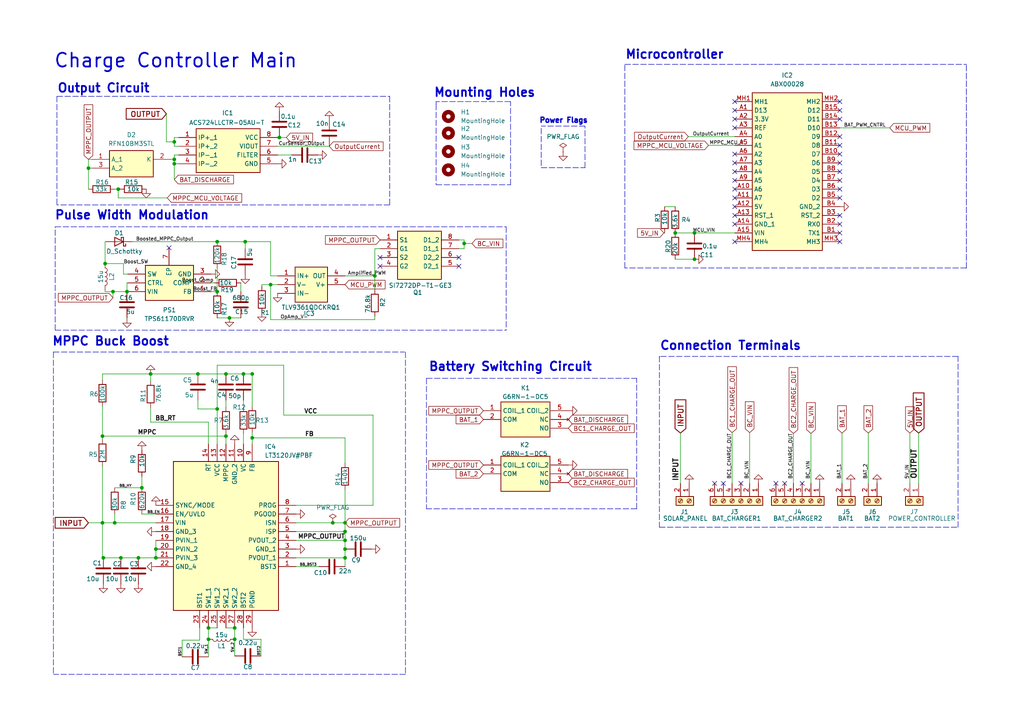
<source format=kicad_sch>
(kicad_sch (version 20230121) (generator eeschema)
  (paper "A4")
  (title_block (title "Charge Controller Main") (date "2024-02-11") (rev "0.1") (company "Tennessee Technological University"))
  (lib_symbols
    (symbol "Connector:Screw_Terminal_01x02" (pin_names (offset 1.016) hide)
      (property "Reference" "J" (at 0 2.54 0))
      (property "Value" "Screw_Terminal_01x02" (at 0 -5.08 0))
      (symbol "Screw_Terminal_01x02_1_1"
        (pin passive line (at -5.08 0 0) (length 3.81) (name "Pin_1") (number "1"))
        (pin passive line (at -5.08 -2.54 0) (length 3.81) (name "Pin_2") (number "2"))
      )
    )
    (symbol "Connector:Screw_Terminal_01x06" (pin_names (offset 1.016) hide)
      (property "Reference" "J" (at 0 7.62 0))
      (property "Value" "Screw_Terminal_01x06" (at 0 -10.16 0))
      (symbol "Screw_Terminal_01x06_1_1"
        (pin passive line (at -5.08 5.08 0) (length 3.81) (name "Pin_1") (number "1"))
        (pin passive line (at -5.08 2.54 0) (length 3.81) (name "Pin_2") (number "2"))
        (pin passive line (at -5.08 0 0) (length 3.81) (name "Pin_3") (number "3"))
        (pin passive line (at -5.08 -2.54 0) (length 3.81) (name "Pin_4") (number "4"))
        (pin passive line (at -5.08 -5.08 0) (length 3.81) (name "Pin_5") (number "5"))
        (pin passive line (at -5.08 -7.62 0) (length 3.81) (name "Pin_6") (number "6"))
      )
    )
    (symbol "Device:C" (pin_numbers hide) (pin_names (offset 0.254))
      (property "Reference" "C" (at 0.635 2.54 0))
      (property "Value" "C" (at 0.635 -2.54 0))
      (symbol "C_1_1"
        (pin passive line (at 0 3.81 270) (length 2.794) (name "~") (number "1"))
        (pin passive line (at 0 -3.81 90) (length 2.794) (name "~") (number "2"))
      )
    )
    (symbol "Device:D_Schottky" (pin_numbers hide) (pin_names (offset 1.016) hide)
      (property "Reference" "D" (at 0 2.54 0))
      (property "Value" "D_Schottky" (at 0 -2.54 0))
      (symbol "D_Schottky_1_1"
        (pin passive line (at -3.81 0 0) (length 2.54) (name "K") (number "1"))
        (pin passive line (at 3.81 0 180) (length 2.54) (name "A") (number "2"))
      )
    )
    (symbol "Device:L" (pin_numbers hide) (pin_names (offset 1.016) hide)
      (property "Reference" "L" (at -1.27 0 90))
      (property "Value" "L" (at 1.905 0 90))
      (symbol "L_1_1"
        (pin passive line (at 0 3.81 270) (length 1.27) (name "1") (number "1"))
        (pin passive line (at 0 -3.81 90) (length 1.27) (name "2") (number "2"))
      )
    )
    (symbol "Device:R" (pin_numbers hide) (pin_names (offset 0))
      (property "Reference" "R" (at 2.032 0 90))
      (property "Value" "R" (at 0 0 90))
      (symbol "R_1_1"
        (pin passive line (at 0 3.81 270) (length 1.27) (name "~") (number "1"))
        (pin passive line (at 0 -3.81 90) (length 1.27) (name "~") (number "2"))
      )
    )
    (symbol "Main_Charge_Controller_Symbols:ABX00028"
      (property "Reference" "IC" (at 10.922 26.924 0))
      (property "Value" "ABX00028" (at 10.922 24.384 0))
      (symbol "ABX00028_1_1"
        (pin passive line (at -15.748 16.764 0) (length 5.08) (name "D13") (number "A1"))
        (pin passive line (at -15.748 -6.096 0) (length 5.08) (name "A6") (number "A10"))
        (pin passive line (at -15.748 -8.636 0) (length 5.08) (name "A7") (number "A11"))
        (pin passive line (at -15.748 -11.176 0) (length 5.08) (name "5V") (number "A12"))
        (pin passive line (at -15.748 -13.716 0) (length 5.08) (name "RST_1") (number "A13"))
        (pin passive line (at -15.748 -16.256 0) (length 5.08) (name "GND_1") (number "A14"))
        (pin passive line (at -15.748 -18.796 0) (length 5.08) (name "VIN") (number "A15"))
        (pin passive line (at -15.748 14.224 0) (length 5.08) (name "3.3V") (number "A2"))
        (pin passive line (at -15.748 11.684 0) (length 5.08) (name "REF") (number "A3"))
        (pin passive line (at -15.748 9.144 0) (length 5.08) (name "A0") (number "A4"))
        (pin passive line (at -15.748 6.604 0) (length 5.08) (name "A1") (number "A5"))
        (pin passive line (at -15.748 4.064 0) (length 5.08) (name "A2") (number "A6"))
        (pin passive line (at -15.748 1.524 0) (length 5.08) (name "A3") (number "A7"))
        (pin passive line (at -15.748 -1.016 0) (length 5.08) (name "A4") (number "A8"))
        (pin passive line (at -15.748 -3.556 0) (length 5.08) (name "A5") (number "A9"))
        (pin passive line (at 14.732 -18.796 180) (length 5.08) (name "TX1") (number "B1"))
        (pin passive line (at 14.732 4.064 180) (length 5.08) (name "D7") (number "B10"))
        (pin passive line (at 14.732 6.604 180) (length 5.08) (name "D8") (number "B11"))
        (pin passive line (at 14.732 9.144 180) (length 5.08) (name "D9") (number "B12"))
        (pin passive line (at 14.732 11.684 180) (length 5.08) (name "D10") (number "B13"))
        (pin passive line (at 14.732 14.224 180) (length 5.08) (name "D11") (number "B14"))
        (pin passive line (at 14.732 16.764 180) (length 5.08) (name "D12") (number "B15"))
        (pin passive line (at 14.732 -16.256 180) (length 5.08) (name "RX0") (number "B2"))
        (pin passive line (at 14.732 -13.716 180) (length 5.08) (name "RST_2") (number "B3"))
        (pin passive line (at 14.732 -11.176 180) (length 5.08) (name "GND_2") (number "B4"))
        (pin passive line (at 14.732 -8.636 180) (length 5.08) (name "D2") (number "B5"))
        (pin passive line (at 14.732 -6.096 180) (length 5.08) (name "D3") (number "B6"))
        (pin passive line (at 14.732 -3.556 180) (length 5.08) (name "D4") (number "B7"))
        (pin passive line (at 14.732 -1.016 180) (length 5.08) (name "D5") (number "B8"))
        (pin passive line (at 14.732 1.524 180) (length 5.08) (name "D6") (number "B9"))
        (pin passive line (at -15.748 19.304 0) (length 5.08) (name "MH1") (number "MH1"))
        (pin passive line (at 14.732 19.304 180) (length 5.08) (name "MH2") (number "MH2"))
        (pin passive line (at 14.732 -21.336 180) (length 5.08) (name "MH3") (number "MH3"))
        (pin passive line (at -15.748 -21.336 0) (length 5.08) (name "MH4") (number "MH4"))
      )
    )
    (symbol "Main_Charge_Controller_Symbols:ACS724LLCTR-05AU-T"
      (property "Reference" "IC" (at -9.652 7.62 0))
      (property "Value" "ACS724LLCTR-05AU-T" (at -5.588 7.62 0))
      (symbol "ACS724LLCTR-05AU-T_1_1"
        (pin passive line (at -14.224 2.794 0) (length 5.08) (name "IP+_1") (number "1"))
        (pin passive line (at -14.224 0.254 0) (length 5.08) (name "IP+_2") (number "2"))
        (pin passive line (at -14.224 -2.286 0) (length 5.08) (name "IP-_1") (number "3"))
        (pin passive line (at -14.224 -4.826 0) (length 5.08) (name "IP-_2") (number "4"))
        (pin passive line (at 14.478 -4.826 180) (length 5.08) (name "GND") (number "5"))
        (pin passive line (at 14.478 -2.286 180) (length 5.08) (name "FILTER") (number "6"))
        (pin passive line (at 14.478 0.254 180) (length 5.08) (name "VIOUT") (number "7"))
        (pin passive line (at 14.478 2.794 180) (length 5.08) (name "VCC") (number "8"))
      )
    )
    (symbol "Main_Charge_Controller_Symbols:G6RN-1-DC5"
      (property "Reference" "K" (at 5.08 7.366 0))
      (property "Value" "G6RN-1-DC5" (at 5.08 4.826 0))
      (symbol "G6RN-1-DC5_1_1"
        (pin passive line (at 0 0 0) (length 5.08) (name "COIL_1") (number "1"))
        (pin passive line (at 0 -2.54 0) (length 5.08) (name "COM") (number "2"))
        (pin passive line (at 24.638 -5.08 180) (length 5.08) (name "NO") (number "3"))
        (pin no_connect line (at 24.638 -2.54 180) (length 5.08) (name "NC") (number "4"))
        (pin passive line (at 24.638 0 180) (length 5.08) (name "COIL_2") (number "5"))
      )
    )
    (symbol "Main_Charge_Controller_Symbols:LT3120JV#PBF"
      (property "Reference" "IC" (at 36.83 17.78 0))
      (property "Value" "LT3120JV#PBF" (at 36.83 15.24 0))
      (symbol "LT3120JV#PBF_1_1"
        (pin passive line (at 0 0 0) (length 5.08) (name "BST3") (number "1"))
        (pin passive line (at 15.24 -35.56 90) (length 5.08) (name "VC") (number "10"))
        (pin passive line (at 17.78 -35.56 90) (length 5.08) (name "GND_2") (number "11"))
        (pin passive line (at 20.32 -35.56 90) (length 5.08) (name "MPPC") (number "12"))
        (pin passive line (at 22.86 -35.56 90) (length 5.08) (name "VCC") (number "13"))
        (pin passive line (at 25.4 -35.56 90) (length 5.08) (name "RT") (number "14"))
        (pin passive line (at 40.64 -17.78 180) (length 5.08) (name "SYNC/MODE") (number "15"))
        (pin passive line (at 40.64 -15.24 180) (length 5.08) (name "EN/UVLO") (number "16"))
        (pin passive line (at 40.64 -12.7 180) (length 5.08) (name "VIN") (number "17"))
        (pin passive line (at 40.64 -10.16 180) (length 5.08) (name "GND_3") (number "18"))
        (pin passive line (at 40.64 -7.62 180) (length 5.08) (name "PVIN_1") (number "19"))
        (pin passive line (at 0 -2.54 0) (length 5.08) (name "PVOUT_1") (number "2"))
        (pin passive line (at 40.64 -5.08 180) (length 5.08) (name "PVIN_2") (number "20"))
        (pin passive line (at 40.64 -2.54 180) (length 5.08) (name "PVIN_3") (number "21"))
        (pin passive line (at 40.64 0 180) (length 5.08) (name "GND_4") (number "22"))
        (pin passive line (at 27.94 17.78 270) (length 5.08) (name "BST1") (number "23"))
        (pin passive line (at 25.4 17.78 270) (length 5.08) (name "SW1_1") (number "24"))
        (pin passive line (at 22.86 17.78 270) (length 5.08) (name "SW1_2") (number "25"))
        (pin passive line (at 20.32 17.78 270) (length 5.08) (name "SW2_1") (number "26"))
        (pin passive line (at 17.78 17.78 270) (length 5.08) (name "SW2_2") (number "27"))
        (pin passive line (at 15.24 17.78 270) (length 5.08) (name "BST2") (number "28"))
        (pin passive line (at 12.7 17.78 270) (length 5.08) (name "PGND") (number "29"))
        (pin passive line (at 0 -5.08 0) (length 5.08) (name "GND_1") (number "3"))
        (pin passive line (at 0 -7.62 0) (length 5.08) (name "PVOUT_2") (number "4"))
        (pin passive line (at 0 -10.16 0) (length 5.08) (name "ISP") (number "5"))
        (pin passive line (at 0 -12.7 0) (length 5.08) (name "ISN") (number "6"))
        (pin passive line (at 0 -15.24 0) (length 5.08) (name "PGOOD") (number "7"))
        (pin passive line (at 0 -17.78 0) (length 5.08) (name "PROG") (number "8"))
        (pin passive line (at 12.7 -35.56 90) (length 5.08) (name "FB") (number "9"))
      )
    )
    (symbol "Main_Charge_Controller_Symbols:RFN10BM3STL"
      (property "Reference" "D" (at 19.05 7.62 0))
      (property "Value" "RFN10BM3STL" (at 19.05 5.08 0))
      (symbol "RFN10BM3STL_1_1"
        (pin passive line (at 0 0 0) (length 5.08) (name "A_1") (number "1"))
        (pin passive line (at 22.86 0 180) (length 5.08) (name "K") (number "2"))
        (pin passive line (at 0 -2.54 0) (length 5.08) (name "A_2") (number "3"))
      )
    )
    (symbol "Main_Charge_Controller_Symbols:SI7272DP-T1-GE3"
      (property "Reference" "Q" (at -6.096 11.176 0))
      (property "Value" "SI7272DP-T1-GE3" (at -6.096 8.636 0))
      (symbol "SI7272DP-T1-GE3_1_1"
        (pin passive line (at -11.176 3.556 0) (length 5.08) (name "S1") (number "1"))
        (pin passive line (at -11.176 1.016 0) (length 5.08) (name "G1") (number "2"))
        (pin passive line (at -11.176 -1.524 0) (length 5.08) (name "S2") (number "3"))
        (pin passive line (at -11.176 -4.064 0) (length 5.08) (name "G2") (number "4"))
        (pin passive line (at 11.684 -4.064 180) (length 5.08) (name "D2_1") (number "5"))
        (pin passive line (at 11.684 -1.524 180) (length 5.08) (name "D2_2") (number "6"))
        (pin passive line (at 11.684 1.016 180) (length 5.08) (name "D1_1") (number "7"))
        (pin passive line (at 11.684 3.556 180) (length 5.08) (name "D1_2") (number "8"))
      )
    )
    (symbol "Main_Charge_Controller_Symbols:TLV9361QDCKRQ1"
      (property "Reference" "IC" (at 5.334 7.874 0))
      (property "Value" "TLV9361QDCKRQ1" (at 5.334 5.08 0))
      (symbol "TLV9361QDCKRQ1_1_1"
        (pin passive line (at 0 0 0) (length 5.08) (name "IN+") (number "1"))
        (pin passive line (at 0 -2.54 0) (length 5.08) (name "V-") (number "2"))
        (pin passive line (at 0 -5.08 0) (length 5.08) (name "IN-") (number "3"))
        (pin passive line (at 19.558 0 180) (length 5.08) (name "OUT") (number "4"))
        (pin passive line (at 19.558 -2.54 180) (length 5.08) (name "V+") (number "5"))
      )
    )
    (symbol "Main_Charge_Controller_Symbols:TPS61170DRVR"
      (property "Reference" "PS" (at -6.858 9.652 0))
      (property "Value" "TPS61170DRVR" (at -6.858 7.112 0))
      (symbol "TPS61170DRVR_1_1"
        (pin input line (at -12.192 1.778 0) (length 5.08) (name "FB") (number "1"))
        (pin output line (at -12.192 -0.762 0) (length 5.08) (name "COMP") (number "2"))
        (pin power_in line (at -12.192 -3.302 0) (length 5.08) (name "GND") (number "3"))
        (pin bidirectional line (at 11.938 -3.302 180) (length 5.08) (name "SW") (number "4"))
        (pin input line (at 11.938 -0.762 180) (length 5.08) (name "CTRL") (number "5"))
        (pin power_in line (at 11.938 1.778 180) (length 5.08) (name "VIN") (number "6"))
        (pin power_in line (at 0 -10.922 90) (length 5.08) (name "EP") (number "7"))
      )
    )
    (symbol "Mechanical:MountingHole" (pin_names (offset 1.016))
      (property "Reference" "H" (at 0 5.08 0))
      (property "Value" "MountingHole" (at 0 3.175 0))
    )
    (symbol "power:GND" (power) (pin_names (offset 0))
      (property "Value" "GND" (at 0 -3.81 0))
      (symbol "GND_1_1"
        (pin power_in line (at 0 0 270) (length 0) hide (name "GND") (number "1"))
      )
    )
    (symbol "power:PWR_FLAG" (power) (pin_numbers hide) (pin_names (offset 0) hide)
      (property "Value" "PWR_FLAG" (at 0 3.81 0))
      (symbol "PWR_FLAG_0_0"
        (pin power_out line (at 0 0 90) (length 0) (name "pwr") (number "1"))
      )
    )
  )
  (junction (at 66.548 92.202))
  (junction (at 81.026 39.878))
  (junction (at 25.654 48.768))
  (junction (at 29.972 161.798))
  (junction (at 195.834 67.564))
  (junction (at 40.132 161.798))
  (junction (at 35.052 161.798))
  (junction (at 29.718 151.638))
  (junction (at 65.532 108.458))
  (junction (at 73.152 108.458))
  (junction (at 70.612 108.458))
  (junction (at 62.992 118.618))
  (junction (at 134.62 70.612))
  (junction (at 100.076 161.798))
  (junction (at 45.212 161.798))
  (junction (at 50.546 46.228))
  (junction (at 43.688 108.458))
  (junction (at 201.422 75.184))
  (junction (at 100.076 151.638))
  (junction (at 100.076 154.178))
  (junction (at 96.52 151.638))
  (junction (at 73.152 127))
  (junction (at 50.546 41.148))
  (junction (at 100.076 159.258))
  (junction (at 60.452 182.118))
  (junction (at 50.546 47.498))
  (junction (at 100.076 156.718))
  (junction (at 60.452 185.42))
  (junction (at 36.83 84.582))
  (junction (at 41.148 141.478))
  (junction (at 68.072 182.118))
  (junction (at 34.29 54.864))
  (junction (at 62.992 84.582))
  (junction (at 30.48 76.454))
  (junction (at 32.766 84.582))
  (junction (at 57.404 108.458))
  (junction (at 62.992 70.104))
  (junction (at 71.12 70.104))
  (junction (at 33.274 151.638))
  (junction (at 68.072 185.42))
  (junction (at 65.532 126.492))
  (junction (at 78.486 82.55))
  (junction (at 45.212 159.258))
  (junction (at 201.422 67.564))
  (junction (at 108.712 80.01))
  (junction (at 29.718 126.492))
  (no_connect (at 214.884 140.208))
  (no_connect (at 243.586 70.104))
  (no_connect (at 225.044 140.208))
  (no_connect (at 213.106 37.084))
  (no_connect (at 227.584 140.208))
  (no_connect (at 213.106 70.104))
  (no_connect (at 213.106 65.024))
  (no_connect (at 213.106 62.484))
  (no_connect (at 49.022 71.882))
  (no_connect (at 213.106 47.244))
  (no_connect (at 243.586 62.484))
  (no_connect (at 243.586 67.564))
  (no_connect (at 243.586 32.004))
  (no_connect (at 207.264 140.208))
  (no_connect (at 213.106 32.004))
  (no_connect (at 213.106 52.324))
  (no_connect (at 243.586 44.704))
  (no_connect (at 243.586 47.244))
  (no_connect (at 232.664 140.208))
  (no_connect (at 213.106 59.944))
  (no_connect (at 243.586 34.544))
  (no_connect (at 213.106 49.784))
  (no_connect (at 213.106 57.404))
  (no_connect (at 213.106 54.864))
  (no_connect (at 243.586 49.784))
  (no_connect (at 213.106 29.464))
  (no_connect (at 133.096 74.676))
  (no_connect (at 133.096 77.216))
  (no_connect (at 243.586 54.864))
  (no_connect (at 213.106 44.704))
  (no_connect (at 110.236 74.676))
  (no_connect (at 209.804 140.208))
  (no_connect (at 243.586 39.624))
  (no_connect (at 213.106 34.544))
  (no_connect (at 243.586 29.464))
  (no_connect (at 243.586 42.164))
  (no_connect (at 243.586 57.404))
  (no_connect (at 243.586 52.324))
  (no_connect (at 110.236 77.216))
  (no_connect (at 243.586 65.024))
  (wire (pts (xy 85.852 161.798) (xy 100.076 161.798)))
  (wire (pts (xy 25.654 46.228) (xy 26.67 46.228)))
  (wire (pts (xy 134.62 70.612) (xy 136.906 70.612)))
  (wire (pts (xy 263.906 125.603) (xy 263.906 140.208)))
  (wire (pts (xy 57.404 108.458) (xy 65.532 108.458)))
  (wire (pts (xy 134.62 70.612) (xy 134.62 72.136)))
  (wire (pts (xy 195.834 67.564) (xy 201.422 67.564)))
  (wire (pts (xy 78.486 80.01) (xy 78.486 70.104)))
  (wire (pts (xy 62.992 105.918) (xy 62.992 118.618)))
  (wire (pts (xy 212.344 125.476) (xy 212.344 140.208)))
  (wire (pts (xy 134.62 69.596) (xy 134.62 70.612)))
  (wire (pts (xy 73.152 108.458) (xy 73.406 108.458)))
  (wire (pts (xy 35.814 76.454) (xy 30.48 76.454)))
  (wire (pts (xy 57.912 182.118) (xy 57.912 185.674)))
  (wire (pts (xy 34.29 54.864) (xy 34.29 57.404)))
  (wire (pts (xy 266.446 125.603) (xy 266.446 140.208)))
  (wire (pts (xy 78.486 82.55) (xy 80.518 82.55)))
  (wire (pts (xy 100.076 151.638) (xy 100.076 154.178)))
  (polyline (pts (xy 113.03 59.436) (xy 16.51 59.436)) (stroke (width 0) (type dash)))
  (wire (pts (xy 60.452 182.118) (xy 62.992 182.118)))
  (wire (pts (xy 45.212 156.718) (xy 45.212 159.258)))
  (wire (pts (xy 62.992 118.618) (xy 62.992 128.778)))
  (wire (pts (xy 41.148 149.098) (xy 45.212 149.098)))
  (polyline (pts (xy 16.002 95.758) (xy 146.812 95.758)) (stroke (width 0) (type dash)))
  (wire (pts (xy 32.766 84.582) (xy 36.83 84.582)))
  (wire (pts (xy 29.718 110.236) (xy 29.718 108.458)))
  (wire (pts (xy 34.29 54.864) (xy 34.798 54.864)))
  (wire (pts (xy 70.612 108.458) (xy 73.152 108.458)))
  (polyline (pts (xy 15.494 102.108) (xy 117.348 102.108)) (stroke (width 0) (type dash)))
  (wire (pts (xy 133.096 72.136) (xy 134.62 72.136)))
  (wire (pts (xy 75.946 82.55) (xy 78.486 82.55)))
  (wire (pts (xy 33.274 151.638) (xy 45.212 151.638)))
  (polyline (pts (xy 117.602 195.58) (xy 15.494 195.58)) (stroke (width 0) (type dash)))
  (wire (pts (xy 25.654 46.228) (xy 25.654 48.768)))
  (wire (pts (xy 73.152 125.476) (xy 73.152 127)))
  (wire (pts (xy 65.532 108.458) (xy 70.612 108.458)))
  (polyline (pts (xy 146.812 65.786) (xy 146.812 95.758)) (stroke (width 0) (type dash)))
  (wire (pts (xy 50.546 44.958) (xy 51.816 44.958)))
  (wire (pts (xy 85.852 146.558) (xy 108.204 146.558)))
  (wire (pts (xy 60.452 185.42) (xy 60.452 190.5)))
  (wire (pts (xy 50.546 39.878) (xy 50.546 41.148)))
  (wire (pts (xy 36.83 92.202) (xy 36.83 92.456)))
  (wire (pts (xy 65.532 116.078) (xy 65.532 118.11)))
  (polyline (pts (xy 280.289 18.669) (xy 280.289 77.724)) (stroke (width 0) (type dot)))
  (wire (pts (xy 62.992 70.104) (xy 71.12 70.104)))
  (wire (pts (xy 48.26 33.02) (xy 48.26 41.148)))
  (wire (pts (xy 25.654 48.768) (xy 26.67 48.768)))
  (wire (pts (xy 29.718 151.638) (xy 29.718 161.798)))
  (wire (pts (xy 40.132 161.798) (xy 45.212 161.798)))
  (wire (pts (xy 230.124 125.73) (xy 230.124 140.208)))
  (wire (pts (xy 29.718 161.798) (xy 29.972 161.798)))
  (polyline (pts (xy 16.51 27.94) (xy 16.51 59.436)) (stroke (width 0) (type dash)))
  (wire (pts (xy 60.452 182.118) (xy 60.452 185.42)))
  (wire (pts (xy 30.48 84.582) (xy 30.48 84.074)))
  (polyline (pts (xy 113.03 27.94) (xy 113.03 59.436)) (stroke (width 0) (type dash)))
  (polyline (pts (xy 148.082 29.464) (xy 126.492 29.464)) (stroke (width 0) (type dash)))
  (polyline (pts (xy 16.002 65.786) (xy 146.812 65.786)) (stroke (width 0) (type dash)))
  (wire (pts (xy 205.486 42.164) (xy 213.106 42.164)))
  (wire (pts (xy 80.518 44.958) (xy 84.582 44.958)))
  (wire (pts (xy 35.052 161.798) (xy 40.132 161.798)))
  (wire (pts (xy 85.852 164.338) (xy 92.456 164.338)))
  (polyline (pts (xy 156.972 48.641) (xy 169.672 48.641)) (stroke (width 0) (type dash)))
  (wire (pts (xy 29.718 117.856) (xy 29.718 126.492)))
  (wire (pts (xy 65.532 182.118) (xy 68.072 182.118)))
  (wire (pts (xy 45.212 159.258) (xy 45.212 161.798)))
  (wire (pts (xy 49.53 46.228) (xy 50.546 46.228)))
  (wire (pts (xy 43.688 118.11) (xy 43.688 122.428)))
  (polyline (pts (xy 181.229 18.669) (xy 280.289 18.669)) (stroke (width 0) (type dash)))
  (wire (pts (xy 52.832 185.674) (xy 52.832 190.5)))
  (wire (pts (xy 195.834 75.184) (xy 201.422 75.184)))
  (wire (pts (xy 36.83 82.042) (xy 36.83 84.582)))
  (wire (pts (xy 57.404 116.078) (xy 57.404 118.618)))
  (wire (pts (xy 73.152 108.458) (xy 73.152 117.856)))
  (polyline (pts (xy 148.082 53.594) (xy 148.082 29.464)) (stroke (width 0) (type dash)))
  (wire (pts (xy 100.076 161.798) (xy 100.076 164.338)))
  (wire (pts (xy 100.076 156.718) (xy 100.076 159.258)))
  (wire (pts (xy 62.992 92.202) (xy 66.548 92.202)))
  (wire (pts (xy 30.48 76.454) (xy 30.48 70.104)))
  (wire (pts (xy 50.546 47.498) (xy 51.816 47.498)))
  (wire (pts (xy 35.814 79.502) (xy 35.814 76.454)))
  (wire (pts (xy 65.532 125.73) (xy 65.532 126.492)))
  (wire (pts (xy 29.718 126.492) (xy 65.532 126.492)))
  (wire (pts (xy 96.52 151.638) (xy 100.076 151.638)))
  (wire (pts (xy 78.486 92.71) (xy 78.486 82.55)))
  (polyline (pts (xy 15.494 102.108) (xy 15.494 195.58)) (stroke (width 0) (type dash)))
  (wire (pts (xy 100.076 154.178) (xy 100.076 156.718)))
  (wire (pts (xy 68.072 185.42) (xy 68.072 190.246)))
  (wire (pts (xy 70.612 185.42) (xy 75.692 185.42)))
  (polyline (pts (xy 181.229 77.724) (xy 181.229 18.669)) (stroke (width 0) (type dash)))
  (wire (pts (xy 73.152 127) (xy 100.076 127)))
  (wire (pts (xy 48.514 57.404) (xy 34.29 57.404)))
  (wire (pts (xy 75.946 83.058) (xy 75.946 82.55)))
  (wire (pts (xy 75.692 185.42) (xy 75.692 190.246)))
  (wire (pts (xy 25.654 48.768) (xy 25.654 54.864)))
  (wire (pts (xy 50.546 42.418) (xy 51.816 42.418)))
  (wire (pts (xy 108.204 120.396) (xy 108.204 146.558)))
  (wire (pts (xy 71.12 70.104) (xy 78.486 70.104)))
  (wire (pts (xy 80.518 80.01) (xy 78.486 80.01)))
  (wire (pts (xy 29.718 108.458) (xy 43.688 108.458)))
  (wire (pts (xy 33.274 54.864) (xy 34.29 54.864)))
  (wire (pts (xy 199.644 39.624) (xy 213.106 39.624)))
  (polyline (pts (xy 191.262 103.378) (xy 191.262 103.632)) (stroke (width 0) (type dash)))
  (wire (pts (xy 100.076 127) (xy 100.076 134.366)))
  (polyline (pts (xy 277.876 152.908) (xy 277.876 103.378)) (stroke (width 0) (type dash)))
  (wire (pts (xy 70.612 116.078) (xy 70.612 118.11)))
  (wire (pts (xy 48.26 41.148) (xy 50.546 41.148)))
  (wire (pts (xy 133.096 69.596) (xy 134.62 69.596)))
  (wire (pts (xy 29.718 126.492) (xy 29.718 127.508)))
  (wire (pts (xy 35.814 79.502) (xy 37.084 79.502)))
  (wire (pts (xy 80.518 39.878) (xy 81.026 39.878)))
  (wire (pts (xy 71.12 70.104) (xy 71.12 72.136)))
  (wire (pts (xy 192.532 67.564) (xy 192.786 67.564)))
  (wire (pts (xy 38.354 70.104) (xy 62.992 70.104)))
  (polyline (pts (xy 280.289 77.724) (xy 181.229 77.724)) (stroke (width 0) (type dash)))
  (polyline (pts (xy 169.672 48.641) (xy 169.672 36.576)) (stroke (width 0) (type dash)))
  (polyline (pts (xy 191.262 152.908) (xy 277.876 152.908)) (stroke (width 0) (type dash)))
  (wire (pts (xy 57.912 185.674) (xy 52.832 185.674)))
  (wire (pts (xy 244.221 125.603) (xy 244.221 140.208)))
  (wire (pts (xy 73.152 127) (xy 73.152 128.778)))
  (wire (pts (xy 235.204 125.73) (xy 235.204 140.208)))
  (polyline (pts (xy 123.698 109.728) (xy 123.698 147.574)) (stroke (width 0) (type dash)))
  (wire (pts (xy 61.214 84.582) (xy 62.992 84.582)))
  (wire (pts (xy 85.852 151.638) (xy 96.52 151.638)))
  (wire (pts (xy 33.274 149.098) (xy 33.274 151.638)))
  (wire (pts (xy 57.404 118.618) (xy 62.992 118.618)))
  (wire (pts (xy 66.548 92.202) (xy 69.85 92.202)))
  (polyline (pts (xy 184.658 147.574) (xy 123.698 147.574)) (stroke (width 0) (type dash)))
  (wire (pts (xy 69.85 82.042) (xy 69.85 84.582)))
  (wire (pts (xy 68.072 182.118) (xy 68.072 185.42)))
  (wire (pts (xy 32.766 84.582) (xy 32.766 86.36)))
  (wire (pts (xy 43.688 108.458) (xy 57.404 108.458)))
  (polyline (pts (xy 126.492 53.594) (xy 148.082 53.594)) (stroke (width 0) (type dash)))
  (polyline (pts (xy 156.972 37.211) (xy 156.972 48.641)) (stroke (width 0) (type dash)))
  (wire (pts (xy 108.712 72.136) (xy 110.236 72.136)))
  (wire (pts (xy 29.972 161.798) (xy 35.052 161.798)))
  (wire (pts (xy 100.076 141.986) (xy 100.076 151.638)))
  (wire (pts (xy 51.816 39.878) (xy 50.546 39.878)))
  (wire (pts (xy 62.992 105.918) (xy 82.296 105.918)))
  (wire (pts (xy 251.841 125.603) (xy 251.841 140.208)))
  (wire (pts (xy 43.688 108.458) (xy 43.688 110.49)))
  (wire (pts (xy 108.712 91.694) (xy 108.712 92.71)))
  (wire (pts (xy 70.612 182.118) (xy 70.612 185.42)))
  (wire (pts (xy 82.296 120.396) (xy 108.204 120.396)))
  (wire (pts (xy 30.48 84.582) (xy 32.766 84.582)))
  (wire (pts (xy 243.586 37.084) (xy 258.064 37.084)))
  (wire (pts (xy 80.518 42.418) (xy 95.504 42.418)))
  (wire (pts (xy 62.992 84.582) (xy 62.992 77.724)))
  (wire (pts (xy 25.654 151.638) (xy 29.718 151.638)))
  (wire (pts (xy 30.48 70.104) (xy 30.734 70.104)))
  (wire (pts (xy 29.718 151.638) (xy 33.274 151.638)))
  (wire (pts (xy 36.83 84.582) (xy 37.084 84.582)))
  (wire (pts (xy 192.786 59.944) (xy 195.834 59.944)))
  (wire (pts (xy 50.546 44.958) (xy 50.546 46.228)))
  (wire (pts (xy 36.83 82.042) (xy 37.084 82.042)))
  (polyline (pts (xy 16.51 27.94) (xy 113.03 27.94)) (stroke (width 0) (type dash)))
  (wire (pts (xy 29.718 135.128) (xy 29.718 151.638)))
  (wire (pts (xy 65.532 126.492) (xy 65.532 128.778)))
  (wire (pts (xy 201.422 67.564) (xy 213.106 67.564)))
  (wire (pts (xy 108.712 80.01) (xy 108.712 84.074)))
  (polyline (pts (xy 191.262 103.378) (xy 191.262 152.908)) (stroke (width 0) (type dash)))
  (polyline (pts (xy 169.672 36.576) (xy 156.972 36.576)) (stroke (width 0) (type dash)))
  (polyline (pts (xy 280.289 77.724) (xy 280.289 18.669)) (stroke (width 0) (type dash)))
  (wire (pts (xy 197.358 125.603) (xy 197.358 140.208)))
  (wire (pts (xy 43.688 122.428) (xy 60.452 122.428)))
  (wire (pts (xy 41.148 138.176) (xy 41.148 141.478)))
  (polyline (pts (xy 184.658 147.574) (xy 184.658 109.728)) (stroke (width 0) (type dash)))
  (wire (pts (xy 50.546 46.228) (xy 50.546 47.498)))
  (wire (pts (xy 100.076 159.258) (xy 100.076 161.798)))
  (wire (pts (xy 85.852 154.178) (xy 100.076 154.178)))
  (wire (pts (xy 82.296 105.918) (xy 82.296 120.396)))
  (wire (pts (xy 81.026 39.878) (xy 83.058 39.878)))
  (wire (pts (xy 85.852 156.718) (xy 100.076 156.718)))
  (wire (pts (xy 60.452 122.428) (xy 60.452 128.778)))
  (wire (pts (xy 50.546 47.498) (xy 50.546 52.07)))
  (wire (pts (xy 50.546 41.148) (xy 50.546 42.418)))
  (wire (pts (xy 78.486 92.71) (xy 108.712 92.71)))
  (wire (pts (xy 33.274 141.478) (xy 41.148 141.478)))
  (polyline (pts (xy 126.492 29.464) (xy 126.492 30.226)))
  (polyline (pts (xy 126.492 30.226) (xy 126.492 53.594)) (stroke (width 0) (type dash)))
  (wire (pts (xy 108.712 80.01) (xy 108.712 72.136)))
  (polyline (pts (xy 277.876 103.378) (xy 191.262 103.378)) (stroke (width 0) (type dash)))
  (polyline (pts (xy 117.602 102.108) (xy 117.602 195.58)) (stroke (width 0) (type dash)))
  (wire (pts (xy 70.612 125.73) (xy 70.612 128.778)))
  (wire (pts (xy 100.076 80.01) (xy 108.712 80.01)))
  (wire (pts (xy 61.214 82.042) (xy 62.23 82.042)))
  (wire (pts (xy 217.424 125.476) (xy 217.424 140.208)))
  (polyline (pts (xy 123.698 109.728) (xy 184.658 109.728)) (stroke (width 0) (type dash)))
  (polyline (pts (xy 16.002 95.758) (xy 16.002 65.786)) (stroke (width 0) (type dash)))
  (text "Output Circuit" (at 16.51 27.178 0) (effects (font (size 2.5 2.5) (thickness 0.5) bold) (justify left bottom)))
  (text "MPPC Buck Boost\n" (at 14.986 100.584 0) (effects (font (size 2.5 2.5) (thickness 0.5) bold) (justify left bottom)))
  (text "Charge Controller Main\n" (at 15.494 20.066 0) (effects (font (size 4 4) (thickness 0.5) bold) (justify left bottom)))
  (text "Power Flags" (at 156.337 35.941 0) (effects (font (size 1.5 1.5) (thickness 0.5) bold) (justify left bottom)))
  (text "Microcontroller" (at 181.229 17.399 0) (effects (font (size 2.5 2.5) (thickness 0.5) bold) (justify left bottom)))
  (text "Mounting Holes\n" (at 125.73 28.448 0) (effects (font (size 2.5 2.5) (thickness 0.5) bold) (justify left bottom)))
  (text "Battery Switching Circuit" (at 124.206 107.95 0) (effects (font (size 2.5 2.5) (thickness 0.5) bold) (justify left bottom)))
  (text "Connection Terminals" (at 191.262 101.854 0) (effects (font (size 2.5 2.5) (thickness 0.5) bold) (justify left bottom)))
  (text "Pulse Width Modulation" (at 15.748 64.008 0) (effects (font (size 2.5 2.5) (thickness 0.5) bold) (justify left bottom)))
  (label "MPPC" (at 39.878 126.492 0) (effects (font bold)))
  (label "CurSensor_Output" (at 80.772 42.418 0) (effects (font (size 1 1))))
  (label "SW_1" (at 60.452 186.69 270) (effects (font (size 0.75 0.75))))
  (label "FB" (at 88.392 127 0) (effects (font bold)))
  (label "BST1" (at 52.832 187.452 270) (effects (font (size 0.75 0.75))))
  (label "OUTPUT" (at 266.446 138.938 90) (effects (font (size 1.5 1.5) (thickness 0.3) bold)))
  (label "BB_RT" (at 44.958 122.428 0) (effects (font (thickness 0.254) bold)))
  (label "Boost_SW" (at 35.814 76.708 0) (effects (font (size 1 1))))
  (label "BB_HY" (at 34.544 141.478 0) (effects (font (size 0.75 0.75))))
  (label "Amplified_PWM" (at 100.838 80.01 0) (effects (font (size 1 1))))
  (label "Boost_Comp" (at 61.976 82.042 180) (effects (font (size 1 1))))
  (label "BB_EN" (at 42.672 149.098 0) (effects (font (size 0.75 0.75))))
  (label "BC1_CHARGE_OUT" (at 212.344 138.938 90) (effects (font (size 1 1))))
  (label "BST2" (at 75.692 187.198 270) (effects (font (size 0.75 0.75))))
  (label "OpAmp_V-" (at 89.408 92.71 180) (effects (font (size 1 1))))
  (label "SW_2" (at 68.072 186.182 270) (effects (font (size 0.75 0.75))))
  (label "Boost_FB" (at 62.992 84.582 180) (effects (font (size 1 1))))
  (label "MCU_VIN" (at 200.914 67.564 0) (effects (font (size 1 1))))
  (label "BC_VIN" (at 217.424 138.938 90) (effects (font (size 1 1))))
  (label "BAT_1" (at 244.221 138.938 90) (effects (font (size 1 1))))
  (label "BAT_PWM_CNTRL" (at 244.729 37.084 0) (effects (font (size 1 1))))
  (label "5V_IN" (at 263.906 138.938 90) (effects (font (size 1 1))))
  (label "OutputCurrent" (at 200.914 39.624 0) (effects (font (size 1 1))))
  (label "INPUT" (at 197.358 139.573 90) (effects (font (size 1.5 1.5) (thickness 0.3) bold)))
  (label "Boosted_MPPC_Output" (at 56.134 70.104 180) (effects (font (size 1 1))))
  (label "VCC" (at 88.138 120.396 0) (effects (font bold)))
  (label "BC_VIN" (at 235.204 138.938 90) (effects (font (size 1 1))))
  (label "MPPC_MCU_V" (at 205.74 42.164 0) (effects (font (size 1 1))))
  (label "BAT_2" (at 251.841 138.938 90) (effects (font (size 1 1))))
  (label "BC2_CHARGE_OUT" (at 230.124 138.938 90) (effects (font (size 1 1))))
  (label "BB_BST3" (at 86.868 164.338 0) (effects (font (size 0.75 0.75))))
  (label "MPPC_OUTPUT" (at 86.36 156.718 0) (effects (font bold)))
  (global_label "BAT_1" (shape input) (at 140.208 121.666 180) (property "Intersheetrefs" "${INTERSHEET_REFS}" (effects hide)))
  (global_label "BC_VIN" (shape input) (at 235.204 125.73 90) (property "Intersheetrefs" "${INTERSHEET_REFS}" (effects hide)))
  (global_label "5V_IN" (shape input) (at 263.906 125.603 90) (property "Intersheetrefs" "${INTERSHEET_REFS}" (effects hide)))
  (global_label "MPPC_OUTPUT" (shape input) (at 140.208 119.126 180) (property "Intersheetrefs" "${INTERSHEET_REFS}" (effects hide)))
  (global_label "MPPC_OUTPUT" (shape input) (at 32.766 86.36 180) (property "Intersheetrefs" "${INTERSHEET_REFS}" (effects hide)))
  (global_label "MPPC_MCU_VOLTAGE" (shape input) (at 205.486 42.164 180) (property "Intersheetrefs" "${INTERSHEET_REFS}" (effects hide)))
  (global_label "MCU_PWM" (shape input) (at 258.064 37.084 0) (property "Intersheetrefs" "${INTERSHEET_REFS}" (effects hide)))
  (global_label "OutputCurrent" (shape input) (at 95.504 42.418 0) (property "Intersheetrefs" "${INTERSHEET_REFS}" (effects hide)))
  (global_label "MPPC_MCU_VOLTAGE" (shape input) (at 48.514 57.404 0) (property "Intersheetrefs" "${INTERSHEET_REFS}" (effects hide)))
  (global_label "INPUT" (shape input) (at 197.358 125.603 90) (effects (font (size 1.5 1.5) (thickness 0.254) bold)) (property "Intersheetrefs" "${INTERSHEET_REFS}" (effects hide)))
  (global_label "BAT_2" (shape input) (at 140.208 137.414 180) (property "Intersheetrefs" "${INTERSHEET_REFS}" (effects hide)))
  (global_label "OUTPUT" (shape input) (at 48.26 33.02 180) (effects (font (size 1.5 1.5) (thickness 0.254) bold)) (property "Intersheetrefs" "${INTERSHEET_REFS}" (effects hide)))
  (global_label "OutputCurrent" (shape input) (at 199.644 39.624 180) (property "Intersheetrefs" "${INTERSHEET_REFS}" (effects hide)))
  (global_label "5V_IN" (shape input) (at 83.058 39.878 0) (property "Intersheetrefs" "${INTERSHEET_REFS}" (effects hide)))
  (global_label "BC1_CHARGE_OUT" (shape input) (at 164.846 124.206 0) (property "Intersheetrefs" "${INTERSHEET_REFS}" (effects hide)))
  (global_label "MPPC_OUTPUT" (shape input) (at 140.208 134.874 180) (property "Intersheetrefs" "${INTERSHEET_REFS}" (effects hide)))
  (global_label "BC1_CHARGE_OUT" (shape input) (at 212.344 125.476 90) (property "Intersheetrefs" "${INTERSHEET_REFS}" (effects hide)))
  (global_label "BC_VIN" (shape input) (at 136.906 70.612 0) (property "Intersheetrefs" "${INTERSHEET_REFS}" (effects hide)))
  (global_label "MPPC_OUTPUT" (shape input) (at 100.076 151.638 0) (property "Intersheetrefs" "${INTERSHEET_REFS}" (effects hide)))
  (global_label "BAT_2" (shape input) (at 251.841 125.603 90) (property "Intersheetrefs" "${INTERSHEET_REFS}" (effects hide)))
  (global_label "OUTPUT" (shape input) (at 266.446 125.603 90) (effects (font (size 1.5 1.5) (thickness 0.254) bold)) (property "Intersheetrefs" "${INTERSHEET_REFS}" (effects hide)))
  (global_label "MPPC_OUTPUT" (shape input) (at 110.236 69.596 180) (property "Intersheetrefs" "${INTERSHEET_REFS}" (effects hide)))
  (global_label "BAT_DISCHARGE" (shape input) (at 164.846 121.666 0) (property "Intersheetrefs" "${INTERSHEET_REFS}" (effects hide)))
  (global_label "BC2_CHARGE_OUT" (shape input) (at 230.124 125.73 90) (property "Intersheetrefs" "${INTERSHEET_REFS}" (effects hide)))
  (global_label "BAT_DISCHARGE" (shape input) (at 50.546 52.07 0) (property "Intersheetrefs" "${INTERSHEET_REFS}" (effects hide)))
  (global_label "BAT_DISCHARGE" (shape input) (at 164.846 137.414 0) (property "Intersheetrefs" "${INTERSHEET_REFS}" (effects hide)))
  (global_label "5V_IN" (shape input) (at 192.532 67.564 180) (property "Intersheetrefs" "${INTERSHEET_REFS}" (effects hide)))
  (global_label "MPPC_OUTPUT" (shape input) (at 25.654 46.228 90) (property "Intersheetrefs" "${INTERSHEET_REFS}" (effects hide)))
  (global_label "MCU_PWM" (shape input) (at 100.076 82.55 0) (property "Intersheetrefs" "${INTERSHEET_REFS}" (effects hide)))
  (global_label "BC2_CHARGE_OUT" (shape input) (at 164.846 139.954 0) (property "Intersheetrefs" "${INTERSHEET_REFS}" (effects hide)))
  (global_label "BC_VIN" (shape input) (at 217.424 125.476 90) (property "Intersheetrefs" "${INTERSHEET_REFS}" (effects hide)))
  (global_label "INPUT" (shape input) (at 25.654 151.638 180) (effects (font (size 1.5 1.5) (thickness 0.254) bold)) (property "Intersheetrefs" "${INTERSHEET_REFS}" (effects hide)))
  (global_label "BAT_1" (shape input) (at 244.221 125.603 90) (property "Intersheetrefs" "${INTERSHEET_REFS}" (effects hide)))
  (symbol (lib_id "power:GND") (at 85.852 149.098 90) (unit 1)
    (property "Reference" "#PWR020" (effects hide))
    (property "Value" "GND" (effects hide))
  )
  (symbol (lib_id "power:GND") (at 164.846 134.874 90) (mirror x) (unit 1)
    (property "Reference" "#PWR031" (effects hide))
    (property "Value" "GND" (effects hide))
  )
  (symbol (lib_id "power:GND") (at 163.322 44.069 0) (unit 1)
    (property "Reference" "#PWR01" (effects hide))
    (property "Value" "GND" (effects hide))
  )
  (symbol (lib_id "power:GND") (at 199.898 140.208 180) (unit 1)
    (property "Reference" "#PWR07" (effects hide))
    (property "Value" "GND" (effects hide))
  )
  (symbol (lib_id "power:GND") (at 66.548 92.202 0) (unit 1)
    (property "Reference" "#PWR032" (effects hide))
    (property "Value" "GND" (effects hide))
  )
  (symbol (lib_id "Device:R") (at 192.786 63.754 0) (unit 1)
    (property "Reference" "R3" (at 190.754 64.516 90) (effects (justify left)))
    (property "Value" "10k" (at 192.786 65.278 90) (effects (justify left)))
    (property "Footprint" "Resistor_THT:R_Axial_DIN0309_L9.0mm_D3.2mm_P5.08mm_Vertical" (effects hide))
  )
  (symbol (lib_id "power:GND") (at 95.504 34.798 180) (unit 1)
    (property "Reference" "#PWR027" (effects hide))
    (property "Value" "GND" (effects hide))
  )
  (symbol (lib_id "Main_Charge_Controller_Symbols:G6RN-1-DC5") (at 140.208 119.126 0) (unit 1)
    (property "Reference" "K1" (at 152.4 112.522 0))
    (property "Value" "G6RN-1-DC5" (at 152.4 115.062 0))
    (property "Footprint" "ChargeController_Main_Library:G6RN1DC5" (effects hide))
    (property "Datasheet" "https://datasheet.lcsc.com/szlcsc/Omron-Electronics-G6RN-1-DC5-BY-OMB_C231394.pdf" (effects hide))
    (property "Height" "15.5" (effects hide))
    (property "Manufacturer_Name" "Omron Electronics" (effects hide))
    (property "Manufacturer_Part_Number" "G6RN-1-DC5" (effects hide))
    (property "Mouser Part Number" "653-G6RN-1-DC5" (effects hide))
    (property "Mouser Price/Stock" "https://www.mouser.co.uk/ProductDetail/Omron-Electronics/G6RN-1-DC5?qs=4BYd6zd2T8WY0IhOgkQoqg%3D%3D" (effects hide))
  )
  (symbol (lib_id "Device:C") (at 29.972 165.608 0) (unit 1)
    (property "Reference" "C1" (at 28.194 163.322 0))
    (property "Value" "10u" (at 26.924 167.894 0))
    (property "Footprint" "ChargeController_Main_Library:CAPPRD250W65D630H900" (effects hide))
  )
  (symbol (lib_id "Device:R") (at 73.152 121.666 0) (unit 1)
    (property "Reference" "R13" (at 77.978 121.92 0) (effects (justify right)))
    (property "Value" "10k" (at 73.152 119.761 90) (effects (justify right)))
    (property "Footprint" "Resistor_THT:R_Axial_DIN0309_L9.0mm_D3.2mm_P5.08mm_Vertical" (effects hide))
  )
  (symbol (lib_id "Connector:Screw_Terminal_01x06") (at 232.664 145.288 270) (unit 1)
    (property "Reference" "J4" (at 231.394 148.463 90))
    (property "Value" "BAT_CHARGER2" (at 231.394 150.368 90))
    (property "Footprint" "Connector_Wire:SolderWire-1sqmm_1x06_P5.4mm_D1.4mm_OD2.7mm" (effects hide))
  )
  (symbol (lib_id "Device:R") (at 29.718 114.046 0) (unit 1)
    (property "Reference" "R6" (at 25.908 114.3 0) (effects (justify left)))
    (property "Value" "100k" (at 29.718 116.586 90) (effects (justify left)))
    (property "Footprint" "Resistor_THT:R_Axial_DIN0309_L9.0mm_D3.2mm_P5.08mm_Vertical" (effects hide))
  )
  (symbol (lib_id "Main_Charge_Controller_Symbols:ABX00028") (at 228.854 48.768 0) (unit 1)
    (property "Reference" "IC2" (at 228.346 21.844 0))
    (property "Value" "ABX00028" (at 228.346 24.384 0))
    (property "Footprint" "ChargeController_Main_Library:ABX00028" (effects hide))
  )
  (symbol (lib_id "power:GND") (at 68.072 128.778 180) (unit 1)
    (property "Reference" "#PWR017" (effects hide))
    (property "Value" "GND" (effects hide))
  )
  (symbol (lib_id "Main_Charge_Controller_Symbols:ACS724LLCTR-05AU-T") (at 66.04 42.672 0) (unit 1)
    (property "Reference" "IC1" (at 66.04 32.766 0))
    (property "Value" "ACS724LLCTR-05AU-T" (at 65.786 35.56 0))
    (property "Footprint" "ChargeController_Main_Library:SOIC127P600X175-8N" (effects hide))
    (property "Datasheet" "https://www.allegromicro.com/~/media/files/datasheets/acs724-datasheet.pdf" (effects hide))
    (property "Height" "1.75" (effects hide))
    (property "Manufacturer_Name" "Allegro Microsystems" (effects hide))
    (property "Manufacturer_Part_Number" "ACS724LLCTR-05AU-T" (effects hide))
    (property "Mouser Part Number" "250-724LLCTR05AUT" (effects hide))
    (property "Mouser Price/Stock" "https://www.mouser.co.uk/ProductDetail/Allegro-MicroSystems/ACS724LLCTR-05AU-T?qs=pUKx8fyJudC3f6AQOezPDA%3D%3D" (effects hide))
    (property "Arrow Part Number" "ACS724LLCTR-05AU-T" (effects hide))
    (property "Arrow Price/Stock" "https://www.arrow.com/en/products/acs724llctr-05au-t/allegro-microsystems?region=nac" (effects hide))
  )
  (symbol (lib_id "Device:R") (at 195.834 71.374 0) (unit 1)
    (property "Reference" "R20" (at 193.802 73.406 90) (effects (justify left)))
    (property "Value" "20k" (at 195.834 73.914 90) (effects (justify left)))
    (property "Footprint" "Resistor_SMD:R_1206_3216Metric_Pad1.30x1.75mm_HandSolder" (effects hide))
  )
  (symbol (lib_id "power:GND") (at 237.744 140.208 180) (unit 1)
    (property "Reference" "#PWR03" (effects hide))
    (property "Value" "GND" (effects hide))
  )
  (symbol (lib_id "Device:C") (at 69.85 88.392 0) (unit 1)
    (property "Reference" "C15" (at 70.104 90.424 0))
    (property "Value" "680p" (at 69.85 86.36 0))
    (property "Footprint" "Capacitor_SMD:C_1206_3216Metric_Pad1.33x1.80mm_HandSolder" (effects hide))
  )
  (symbol (lib_id "power:GND") (at 61.214 79.502 90) (unit 1)
    (property "Reference" "#PWR034" (effects hide))
    (property "Value" "GND" (effects hide))
  )
  (symbol (lib_id "power:GND") (at 201.422 75.184 90) (unit 1)
    (property "Reference" "#PWR09" (effects hide))
    (property "Value" "GND" (effects hide))
  )
  (symbol (lib_id "power:GND") (at 85.852 159.258 90) (unit 1)
    (property "Reference" "#PWR021" (effects hide))
    (property "Value" "GND" (effects hide))
  )
  (symbol (lib_id "power:GND") (at 81.026 32.258 180) (unit 1)
    (property "Reference" "#PWR025" (effects hide))
    (property "Value" "GND" (effects hide))
  )
  (symbol (lib_id "power:GND") (at 164.846 119.126 90) (mirror x) (unit 1)
    (property "Reference" "#PWR030" (effects hide))
    (property "Value" "GND" (effects hide))
  )
  (symbol (lib_id "Main_Charge_Controller_Symbols:RFN10BM3STL") (at 26.67 46.228 0) (unit 1)
    (property "Reference" "D2" (at 38.1 39.116 0))
    (property "Value" "RFN10BM3STL" (at 38.1 41.656 0))
    (property "Footprint" "ChargeController_Main_Library:RD3P175SNFRATL" (effects hide))
    (property "Datasheet" "https://fscdn.rohm.com/en/products/databook/datasheet/discrete/diode/fast_recovery/rfn10bm3s-e.pdf" (effects hide))
    (property "Mouser Part Number" "755-RFN10BM3STL" (effects hide))
    (property "Mouser Price/Stock" "https://www.mouser.co.uk/ProductDetail/ROHM-Semiconductor/RFN10BM3STL?qs=yrxrYnY23DGBeQPMkvckXg%3D%3D" (effects hide))
    (property "Manufacturer_Name" "ROHM Semiconductor" (effects hide))
    (property "Manufacturer_Part_Number" "RFN10BM3STL" (effects hide))
  )
  (symbol (lib_id "Main_Charge_Controller_Symbols:TLV9361QDCKRQ1") (at 80.518 80.01 0) (unit 1)
    (property "Reference" "IC3" (at 89.662 90.932 0))
    (property "Value" "TLV9361QDCKRQ1" (at 90.17 89.154 0))
    (property "Footprint" "ChargeController_Main_Library:SOT65P210X110-5N" (effects hide))
    (property "Datasheet" "https://www.ti.com/lit/ds/symlink/tlv9361-q1.pdf?HQS=dis-mous-null-mousermode-dsf-pf-null-wwe&ts=1698578277040&ref_url=https%253A%252F%252Fwww.mouser.cn%252F" (effects hide))
    (property "Height" "1.1" (effects hide))
    (property "Manufacturer_Name" "Texas Instruments" (effects hide))
    (property "Manufacturer_Part_Number" "TLV9361QDCKRQ1" (effects hide))
    (property "Mouser Part Number" "595-TLV9361QDCKRQ1" (effects hide))
    (property "Mouser Price/Stock" "https://www.mouser.co.uk/ProductDetail/Texas-Instruments/TLV9361QDCKRQ1?qs=ulEaXIWI0c9OtnSeYnzTIQ%3D%3D" (effects hide))
  )
  (symbol (lib_id "Device:L") (at 64.262 185.42 270) (unit 1)
    (property "Reference" "L1" (at 64.262 187.325 90))
    (property "Value" "15u" (at 64.262 184.15 90))
    (property "Footprint" "ChargeController_Main_Library:INDPM135125X500N" (effects hide))
  )
  (symbol (lib_id "Connector:Screw_Terminal_01x02") (at 246.761 145.288 270) (unit 1)
    (property "Reference" "J5" (at 244.221 148.463 90) (effects (justify left)))
    (property "Value" "BAT1" (at 242.951 150.368 90) (effects (justify left)))
    (property "Footprint" "Connector_Wire:SolderWire-1sqmm_1x02_P5.4mm_D1.4mm_OD2.7mm" (effects hide))
  )
  (symbol (lib_id "Device:C") (at 35.052 165.608 0) (unit 1)
    (property "Reference" "C2" (at 34.036 163.576 0))
    (property "Value" "10u" (at 32.512 167.894 0))
    (property "Footprint" "ChargeController_Main_Library:CAPPRD250W65D630H900" (effects hide))
  )
  (symbol (lib_id "Device:R") (at 108.712 87.884 180) (unit 1)
    (property "Reference" "R2" (at 110.998 86.36 90) (effects (justify left)))
    (property "Value" "76.8k" (at 106.68 85.344 90) (effects (justify left)))
    (property "Footprint" "Resistor_THT:R_Axial_DIN0309_L9.0mm_D3.2mm_P5.08mm_Vertical" (effects hide))
  )
  (symbol (lib_id "power:GND") (at 219.964 140.208 180) (unit 1)
    (property "Reference" "#PWR04" (effects hide))
    (property "Value" "GND" (effects hide))
  )
  (symbol (lib_id "Device:R") (at 70.612 121.92 0) (unit 1)
    (property "Reference" "R12" (at 67.437 118.11 0) (effects (justify left)))
    (property "Value" "33k" (at 70.612 123.825 90) (effects (justify left)))
    (property "Footprint" "Resistor_THT:R_Axial_DIN0309_L9.0mm_D3.2mm_P5.08mm_Vertical" (effects hide))
  )
  (symbol (lib_id "Device:C") (at 65.532 112.268 0) (unit 1)
    (property "Reference" "C4" (at 64.262 114.554 0))
    (property "Value" "4n" (at 62.23 110.49 0))
    (property "Footprint" "Capacitor_THT:C_Disc_D14.5mm_W5.0mm_P7.50mm" (effects hide))
  )
  (symbol (lib_id "power:GND") (at 36.83 92.456 0) (unit 1)
    (property "Reference" "#PWR033" (effects hide))
    (property "Value" "GND" (effects hide))
  )
  (symbol (lib_id "power:GND") (at 243.586 59.944 90) (unit 1)
    (property "Reference" "#PWR02" (effects hide))
    (property "Value" "GND" (effects hide))
  )
  (symbol (lib_id "power:GND") (at 45.212 164.338 270) (unit 1)
    (property "Reference" "#PWR016" (effects hide))
    (property "Value" "GND" (effects hide))
  )
  (symbol (lib_id "power:GND") (at 254.381 140.208 180) (unit 1)
    (property "Reference" "#PWR011" (effects hide))
    (property "Value" "GND" (effects hide))
  )
  (symbol (lib_id "power:GND") (at 107.696 159.258 90) (unit 1)
    (property "Reference" "#PWR022" (effects hide))
    (property "Value" "GND" (effects hide))
  )
  (symbol (lib_id "Device:R") (at 100.076 138.176 0) (unit 1)
    (property "Reference" "R14" (at 98.044 140.97 90) (effects (justify left)))
    (property "Value" "140k" (at 100.076 140.716 90) (effects (justify left)))
    (property "Footprint" "Resistor_SMD:R_2512_6332Metric_Pad1.40x3.35mm_HandSolder" (effects hide))
  )
  (symbol (lib_id "Mechanical:MountingHole") (at 130.048 49.276 0) (unit 1)
    (property "Reference" "H4" (at 133.604 48.006 0) (effects (justify left)))
    (property "Value" "MountingHole" (at 133.604 50.546 0) (effects (justify left)))
    (property "Footprint" "MountingHole:MountingHole_2.2mm_M2" (effects hide))
  )
  (symbol (lib_id "Device:C") (at 71.12 75.946 0) (unit 1)
    (property "Reference" "C17" (at 67.818 76.2 90))
    (property "Value" "5u" (at 72.39 73.152 90))
    (property "Footprint" "Capacitor_THT:C_Radial_D6.3mm_H7.0mm_P2.50mm" (effects hide))
  )
  (symbol (lib_id "power:GND") (at 29.972 169.418 0) (unit 1)
    (property "Reference" "#PWR08" (effects hide))
    (property "Value" "GND" (effects hide))
  )
  (symbol (lib_id "power:GND") (at 71.12 79.756 0) (unit 1)
    (property "Reference" "#PWR035" (effects hide))
    (property "Value" "GND" (effects hide))
  )
  (symbol (lib_id "Mechanical:MountingHole") (at 130.048 43.942 0) (unit 1)
    (property "Reference" "H3" (at 133.604 42.672 0) (effects (justify left)))
    (property "Value" "MountingHole" (at 133.604 45.212 0) (effects (justify left)))
    (property "Footprint" "MountingHole:MountingHole_2.2mm_M2" (effects hide))
  )
  (symbol (lib_id "Device:C") (at 70.612 112.268 0) (unit 1)
    (property "Reference" "C6" (at 68.072 109.728 0))
    (property "Value" "50p" (at 68.072 114.808 0))
    (property "Footprint" "Capacitor_SMD:C_1206_3216Metric" (effects hide))
  )
  (symbol (lib_id "power:GND") (at 246.761 140.208 180) (unit 1)
    (property "Reference" "#PWR010" (effects hide))
    (property "Value" "GND" (effects hide))
  )
  (symbol (lib_id "power:GND") (at 43.688 108.458 180) (unit 1)
    (property "Reference" "#PWR018" (effects hide))
    (property "Value" "GND" (effects hide))
  )
  (symbol (lib_id "power:GND") (at 73.152 182.118 0) (unit 1)
    (property "Reference" "#PWR019" (effects hide))
    (property "Value" "GND" (effects hide))
  )
  (symbol (lib_id "Device:C") (at 201.422 71.374 0) (unit 1)
    (property "Reference" "C11" (at 204.978 73.914 0))
    (property "Value" "0.1u" (at 205.867 71.374 0))
    (property "Footprint" "Capacitor_SMD:C_1206_3216Metric_Pad1.33x1.80mm_HandSolder" (effects hide))
  )
  (symbol (lib_id "Main_Charge_Controller_Symbols:TPS61170DRVR") (at 49.022 82.804 180) (unit 1)
    (property "Reference" "PS1" (at 49.149 89.916 0))
    (property "Value" "TPS61170DRVR" (at 49.149 92.456 0))
    (property "Footprint" "ChargeController_Main_Library:SON65P200X200X80-7N" (effects hide))
    (property "Datasheet" "http://www.ti.com/lit/gpn/tps61170" (effects hide))
    (property "Height" "0.8" (effects hide))
    (property "Manufacturer_Name" "Texas Instruments" (effects hide))
    (property "Manufacturer_Part_Number" "TPS61170DRVR" (effects hide))
    (property "Mouser Part Number" "595-TPS61170DRVR" (effects hide))
    (property "Mouser Price/Stock" "https://www.mouser.co.uk/ProductDetail/Texas-Instruments/TPS61170DRVR?qs=pZC5fsuWujFeUvvbhM8Aeg%3D%3D" (effects hide))
    (property "Arrow Part Number" "TPS61170DRVR" (effects hide))
    (property "Arrow Price/Stock" "https://www.arrow.com/en/products/tps61170drvr/texas-instruments?region=nac" (effects hide))
  )
  (symbol (lib_id "Device:C") (at 56.642 190.5 90) (unit 1)
    (property "Reference" "C7" (at 56.642 193.675 90))
    (property "Value" "0.22u" (at 56.642 187.325 90))
    (property "Footprint" "Capacitor_THT:C_Rect_L7.2mm_W2.5mm_P5.00mm_FKS2_FKP2_MKS2_MKP2" (effects hide))
  )
  (symbol (lib_id "Device:R") (at 195.834 63.754 0) (unit 1)
    (property "Reference" "R4" (at 197.612 63.754 0) (effects (justify left)))
    (property "Value" "3.6k" (at 195.834 66.294 90) (effects (justify left)))
    (property "Footprint" "Resistor_THT:R_Axial_DIN0309_L9.0mm_D3.2mm_P5.08mm_Vertical" (effects hide))
  )
  (symbol (lib_id "power:GND") (at 42.418 54.864 0) (mirror y) (unit 1)
    (property "Reference" "#PWR024" (effects hide))
    (property "Value" "GND" (effects hide))
  )
  (symbol (lib_id "power:GND") (at 35.052 169.418 0) (unit 1)
    (property "Reference" "#PWR012" (effects hide))
    (property "Value" "GND" (effects hide))
  )
  (symbol (lib_id "power:GND") (at 45.212 154.178 270) (unit 1)
    (property "Reference" "#PWR014" (effects hide))
    (property "Value" "GND" (effects hide))
  )
  (symbol (lib_id "Connector:Screw_Terminal_01x02") (at 254.381 145.288 270) (unit 1)
    (property "Reference" "J6" (at 251.841 148.463 90) (effects (justify left)))
    (property "Value" "BAT2" (at 250.571 150.368 90) (effects (justify left)))
    (property "Footprint" "Connector_Wire:SolderWire-1sqmm_1x02_P5.4mm_D1.4mm_OD2.7mm" (effects hide))
  )
  (symbol (lib_id "Device:C") (at 95.504 38.608 180) (unit 1)
    (property "Reference" "C14" (at 98.298 36.068 0))
    (property "Value" "10n" (at 93.472 35.814 0))
    (property "Footprint" "Capacitor_SMD:C_1206_3216Metric_Pad1.33x1.80mm_HandSolder" (effects hide))
  )
  (symbol (lib_id "power:GND") (at 92.202 44.958 90) (unit 1)
    (property "Reference" "#PWR026" (effects hide))
    (property "Value" "GND" (effects hide))
  )
  (symbol (lib_id "Device:C") (at 57.404 112.268 0) (unit 1)
    (property "Reference" "C5" (at 54.356 110.236 0))
    (property "Value" "5u" (at 54.864 114.554 0))
    (property "Footprint" "Capacitor_THT:C_Radial_D6.3mm_H7.0mm_P2.50mm" (effects hide))
  )
  (symbol (lib_id "Device:C") (at 88.392 44.958 90) (unit 1)
    (property "Reference" "C13" (at 91.44 46.736 90))
    (property "Value" "1n" (at 84.836 46.228 90))
    (property "Footprint" "Capacitor_SMD:C_1206_3216Metric_Pad1.33x1.80mm_HandSolder" (effects hide))
  )
  (symbol (lib_id "Device:R") (at 65.532 121.92 0) (unit 1)
    (property "Reference" "R7" (at 61.976 121.92 0) (effects (justify left)))
    (property "Value" "3.6k" (at 65.532 124.46 90) (effects (justify left)))
    (property "Footprint" "Resistor_THT:R_Axial_DIN0309_L9.0mm_D3.2mm_P5.08mm_Vertical" (effects hide))
  )
  (symbol (lib_id "Device:R") (at 62.992 88.392 180) (unit 1)
    (property "Reference" "R17" (at 65.024 87.63 90) (effects (justify left)))
    (property "Value" "10k" (at 62.992 87.122 90) (effects (justify left)))
    (property "Footprint" "Resistor_THT:R_Axial_DIN0309_L9.0mm_D3.2mm_P5.08mm_Vertical" (effects hide))
  )
  (symbol (lib_id "Main_Charge_Controller_Symbols:SI7272DP-T1-GE3") (at 121.412 73.152 0) (unit 1)
    (property "Reference" "Q1" (at 121.158 84.836 0))
    (property "Value" "SI7272DP-T1-GE3" (at 121.92 82.804 0))
    (property "Footprint" "ChargeController_Main_Library:SI7288DPT1GE3" (effects hide))
    (property "Datasheet" "https://www.vishay.com/docs/69026/si7272dp.pdf" (effects hide))
    (property "Manufacturer_Name" "Vishay" (effects hide))
    (property "Manufacturer_Part_Number" "SI7272DP-T1-GE3" (effects hide))
    (property "Mouser Part Number" "781-SI7272DP-GE3" (effects hide))
    (property "Mouser Price/Stock" "https://www.mouser.com/Search/Refine.aspx?Keyword=781-SI7272DP-GE3" (effects hide))
    (property "Arrow Part Number" "SI7272DP-T1-GE3" (effects hide))
    (property "Arrow Price/Stock" "https://www.arrow.com/en/products/si7272dp-t1-ge3/vishay" (effects hide))
  )
  (symbol (lib_id "power:PWR_FLAG") (at 163.322 44.069 0) (unit 1)
    (property "Reference" "#FLG01" (effects hide))
    (property "Value" "PWR_FLAG" (at 163.322 39.624 0))
  )
  (symbol (lib_id "Connector:Screw_Terminal_01x02") (at 266.446 145.288 270) (unit 1)
    (property "Reference" "J7" (at 263.906 148.463 90) (effects (justify left)))
    (property "Value" "POWER_CONTROLLER" (at 257.556 150.368 90) (effects (justify left)))
    (property "Footprint" "Connector_Wire:SolderWire-1sqmm_1x02_P5.4mm_D1.4mm_OD2.7mm" (effects hide))
  )
  (symbol (lib_id "Device:C") (at 81.026 36.068 0) (unit 1)
    (property "Reference" "C12" (at 85.344 36.322 0))
    (property "Value" "0.1u" (at 83.566 33.782 0))
    (property "Footprint" "Capacitor_SMD:C_1206_3216Metric_Pad1.33x1.80mm_HandSolder" (effects hide))
  )
  (symbol (lib_id "Main_Charge_Controller_Symbols:LT3120JV#PBF") (at 85.852 164.338 180) (unit 1)
    (property "Reference" "IC4" (at 76.7781 129.54 0) (effects (justify right)))
    (property "Value" "LT3120JV#PBF" (at 76.7781 132.08 0) (effects (justify right)))
    (property "Footprint" "ChargeController_Main_Library:QFN50P400X500X83-29N-D" (effects hide))
    (property "Datasheet" "https://www.mouser.jp/datasheet/2/609/lt3120-2401157.pdf" (effects hide))
    (property "Height" "0.83" (effects hide))
    (property "Manufacturer_Name" "Analog Devices" (effects hide))
    (property "Manufacturer_Part_Number" "LT3120JV#PBF" (effects hide))
    (property "Mouser Part Number" "584-LT3120JV#PBF" (effects hide))
    (property "Mouser Price/Stock" "https://www.mouser.co.uk/ProductDetail/Analog-Devices/LT3120JVPBF?qs=QNEnbhJQKvYUJOxbUfIX7w%3D%3D" (effects hide))
    (property "Arrow Part Number" "LT3120JV#PBF" (effects hide))
    (property "Arrow Price/Stock" "https://www.arrow.com/en/products/lt3120jvpbf/analog-devices?region=nac" (effects hide))
  )
  (symbol (lib_id "Device:R") (at 33.274 145.288 0) (unit 1)
    (property "Reference" "R8" (at 35.814 147.828 90) (effects (justify left)))
    (property "Value" "30k" (at 33.274 147.828 90) (effects (justify left)))
    (property "Footprint" "Resistor_SMD:R_2512_6332Metric_Pad1.40x3.35mm_HandSolder" (effects hide))
  )
  (symbol (lib_id "power:PWR_FLAG") (at 96.52 151.638 0) (unit 1)
    (property "Reference" "#FLG02" (effects hide))
    (property "Value" "PWR_FLAG" (at 96.52 147.193 0))
  )
  (symbol (lib_id "Device:R") (at 41.148 145.288 180) (unit 1)
    (property "Reference" "R10" (at 38.608 142.748 90) (effects (justify left)))
    (property "Value" "620k" (at 41.148 142.748 90) (effects (justify left)))
    (property "Footprint" "Resistor_SMD:R_2512_6332Metric_Pad1.40x3.35mm_HandSolder" (effects hide))
  )
  (symbol (lib_id "Connector:Screw_Terminal_01x02") (at 199.898 145.288 270) (unit 1)
    (property "Reference" "J1" (at 197.358 148.463 90) (effects (justify left)))
    (property "Value" "SOLAR_PANEL" (at 192.278 150.368 90) (effects (justify left)))
    (property "Footprint" "Connector_Wire:SolderWire-1sqmm_1x02_P5.4mm_D1.4mm_OD2.7mm" (effects hide))
  )
  (symbol (lib_id "Device:R") (at 43.688 114.3 0) (unit 1)
    (property "Reference" "R11" (at 41.529 116.713 90) (effects (justify left)))
    (property "Value" "76.8k" (at 45.974 116.84 90) (effects (justify left)))
    (property "Footprint" "Resistor_THT:R_Axial_DIN0309_L9.0mm_D3.2mm_P5.08mm_Vertical" (effects hide))
  )
  (symbol (lib_id "Device:D_Schottky") (at 34.544 70.104 180) (unit 1)
    (property "Reference" "D1" (at 34.544 67.564 0))
    (property "Value" "D_Schottky" (at 36.068 72.898 0))
    (property "Footprint" "ChargeController_Main_Library:SOD3716X145N" (effects hide))
  )
  (symbol (lib_id "Device:R") (at 38.608 54.864 90) (unit 1)
    (property "Reference" "R15" (at 40.132 52.832 90) (effects (justify left)))
    (property "Value" "10k" (at 40.513 54.864 90) (effects (justify left)))
    (property "Footprint" "Resistor_THT:R_Axial_DIN0309_L9.0mm_D3.2mm_P5.08mm_Vertical" (effects hide))
  )
  (symbol (lib_id "power:GND") (at 41.148 130.556 180) (unit 1)
    (property "Reference" "#PWR013" (effects hide))
    (property "Value" "GND" (effects hide))
  )
  (symbol (lib_id "Device:R") (at 29.464 54.864 270) (unit 1)
    (property "Reference" "R16" (at 27.686 52.832 90) (effects (justify left)))
    (property "Value" "33k" (at 27.559 54.864 90) (effects (justify left)))
    (property "Footprint" "Resistor_THT:R_Axial_DIN0309_L9.0mm_D3.2mm_P5.08mm_Vertical" (effects hide))
  )
  (symbol (lib_id "power:GND") (at 40.132 169.418 0) (unit 1)
    (property "Reference" "#PWR023" (effects hide))
    (property "Value" "GND" (effects hide))
  )
  (symbol (lib_id "Device:R") (at 41.148 134.366 180) (unit 1)
    (property "Reference" "R9" (at 38.608 131.826 90) (effects (justify left)))
    (property "Value" "10k" (at 41.148 131.826 90) (effects (justify left)))
    (property "Footprint" "Resistor_THT:R_Axial_DIN0309_L9.0mm_D3.2mm_P5.08mm_Vertical" (effects hide))
  )
  (symbol (lib_id "power:GND") (at 45.212 146.558 180) (unit 1)
    (property "Reference" "#PWR015" (effects hide))
    (property "Value" "GND" (effects hide))
  )
  (symbol (lib_id "Mechanical:MountingHole") (at 130.048 33.782 0) (unit 1)
    (property "Reference" "H1" (at 133.604 32.512 0) (effects (justify left)))
    (property "Value" "MountingHole" (at 133.604 35.052 0) (effects (justify left)))
    (property "Footprint" "MountingHole:MountingHole_2.2mm_M2" (effects hide))
  )
  (symbol (lib_id "Device:C") (at 103.886 159.258 90) (unit 1)
    (property "Reference" "C9" (at 103.251 162.433 90))
    (property "Value" "150u" (at 103.886 156.083 90))
    (property "Footprint" "Capacitor_THT:CP_Radial_D6.3mm_P2.50mm" (effects hide))
  )
  (symbol (lib_id "power:GND") (at 80.518 85.09 0) (mirror y) (unit 1)
    (property "Reference" "#PWR028" (effects hide))
    (property "Value" "GND" (effects hide))
  )
  (symbol (lib_id "power:GND") (at 80.518 47.498 90) (unit 1)
    (property "Reference" "#PWR05" (effects hide))
    (property "Value" "GND" (effects hide))
  )
  (symbol (lib_id "Device:R") (at 75.946 86.868 180) (unit 1)
    (property "Reference" "R1" (at 78.232 90.678 0) (effects (justify left)))
    (property "Value" "10k" (at 75.946 84.963 90) (effects (justify left)))
    (property "Footprint" "Resistor_THT:R_Axial_DIN0309_L9.0mm_D3.2mm_P5.08mm_Vertical" (effects hide))
  )
  (symbol (lib_id "Device:R") (at 29.718 131.318 0) (unit 1)
    (property "Reference" "R5" (at 25.654 131.826 0) (effects (justify left)))
    (property "Value" "2M" (at 29.718 133.223 90) (effects (justify left)))
    (property "Footprint" "Resistor_SMD:R_1206_3216Metric_Pad1.30x1.75mm_HandSolder" (effects hide))
  )
  (symbol (lib_id "Connector:Screw_Terminal_01x06") (at 214.884 145.288 270) (unit 1)
    (property "Reference" "J3" (at 212.979 148.463 90))
    (property "Value" "BAT_CHARGER1" (at 213.614 150.368 90))
    (property "Footprint" "Connector_Wire:SolderWire-1sqmm_1x06_P5.4mm_D1.4mm_OD2.7mm" (effects hide))
  )
  (symbol (lib_id "Mechanical:MountingHole") (at 130.048 38.608 0) (unit 1)
    (property "Reference" "H2" (at 133.604 37.338 0) (effects (justify left)))
    (property "Value" "MountingHole" (at 133.604 39.878 0) (effects (justify left)))
    (property "Footprint" "MountingHole:MountingHole_2.2mm_M2" (effects hide))
  )
  (symbol (lib_id "Main_Charge_Controller_Symbols:G6RN-1-DC5") (at 140.208 134.874 0) (unit 1)
    (property "Reference" "K2" (at 152.146 129.032 0))
    (property "Value" "G6RN-1-DC5" (at 152.146 131.572 0))
    (property "Footprint" "ChargeController_Main_Library:G6RN1DC5" (effects hide))
    (property "Datasheet" "https://datasheet.lcsc.com/szlcsc/Omron-Electronics-G6RN-1-DC5-BY-OMB_C231394.pdf" (effects hide))
    (property "Height" "15.5" (effects hide))
    (property "Manufacturer_Name" "Omron Electronics" (effects hide))
    (property "Manufacturer_Part_Number" "G6RN-1-DC5" (effects hide))
    (property "Mouser Part Number" "653-G6RN-1-DC5" (effects hide))
    (property "Mouser Price/Stock" "https://www.mouser.co.uk/ProductDetail/Omron-Electronics/G6RN-1-DC5?qs=4BYd6zd2T8WY0IhOgkQoqg%3D%3D" (effects hide))
  )
  (symbol (lib_id "power:GND") (at 75.946 90.678 0) (mirror y) (unit 1)
    (property "Reference" "#PWR029" (effects hide))
    (property "Value" "GND" (effects hide))
  )
  (symbol (lib_id "Device:C") (at 40.132 165.608 0) (unit 1)
    (property "Reference" "C3" (at 38.862 163.576 0))
    (property "Value" "10u" (at 37.846 167.894 0))
    (property "Footprint" "ChargeController_Main_Library:CAPPRD250W65D630H900" (effects hide))
  )
  (symbol (lib_id "Device:L") (at 30.48 80.264 0) (unit 1)
    (property "Reference" "L2" (at 32.385 80.264 90))
    (property "Value" "15u" (at 29.21 80.264 90))
    (property "Footprint" "ChargeController_Main_Library:INDPM135125X500N" (effects hide))
  )
  (symbol (lib_id "Device:R") (at 62.992 73.914 180) (unit 1)
    (property "Reference" "R18" (at 65.024 73.152 90) (effects (justify left)))
    (property "Value" "120k" (at 62.992 71.628 90) (effects (justify left)))
    (property "Footprint" "Resistor_SMD:R_1206_3216Metric_Pad1.30x1.75mm_HandSolder" (effects hide))
  )
  (symbol (lib_id "Device:C") (at 96.266 164.338 270) (unit 1)
    (property "Reference" "C10" (at 92.964 166.116 90))
    (property "Value" "22n" (at 100.076 165.608 90))
    (property "Footprint" "Capacitor_SMD:C_1206_3216Metric_Pad1.33x1.80mm_HandSolder" (effects hide))
  )
  (symbol (lib_id "Device:C") (at 36.83 88.392 180) (unit 1)
    (property "Reference" "C16" (at 36.576 86.36 0))
    (property "Value" "5u" (at 37.846 90.424 0))
    (property "Footprint" "Capacitor_THT:C_Radial_D6.3mm_H7.0mm_P2.50mm" (effects hide))
  )
  (symbol (lib_id "Device:C") (at 71.882 190.246 90) (unit 1)
    (property "Reference" "C8" (at 71.882 193.421 90))
    (property "Value" "0.22u" (at 71.882 186.436 90))
    (property "Footprint" "Capacitor_THT:C_Rect_L7.2mm_W2.5mm_P5.00mm_FKS2_FKP2_MKS2_MKP2" (effects hide))
  )
  (symbol (lib_id "Device:R") (at 66.04 82.042 90) (unit 1)
    (property "Reference" "R19" (at 67.818 84.074 90) (effects (justify left)))
    (property "Value" "10k" (at 67.31 82.042 90) (effects (justify left)))
    (property "Footprint" "Resistor_THT:R_Axial_DIN0309_L9.0mm_D3.2mm_P5.08mm_Vertical" (effects hide))
  )
)
</source>
